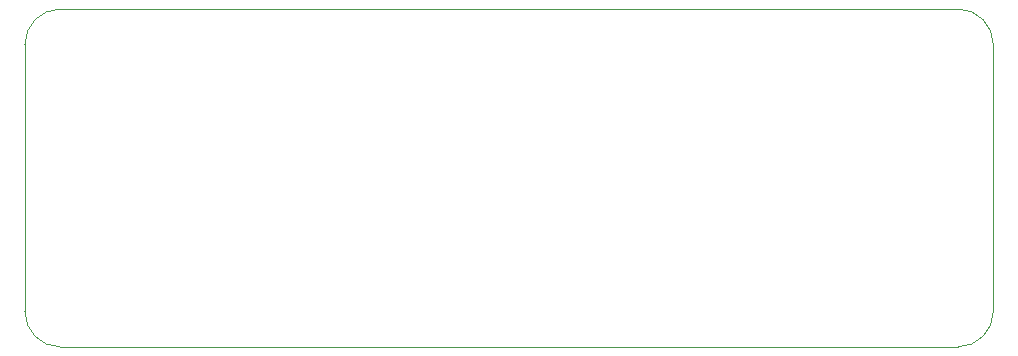
<source format=gbr>
%TF.GenerationSoftware,KiCad,Pcbnew,(6.0.6-0)*%
%TF.CreationDate,2022-09-18T15:49:11+02:00*%
%TF.ProjectId,magnetic-18350-holder-charger,6d61676e-6574-4696-932d-31383335302d,rev?*%
%TF.SameCoordinates,Original*%
%TF.FileFunction,Profile,NP*%
%FSLAX46Y46*%
G04 Gerber Fmt 4.6, Leading zero omitted, Abs format (unit mm)*
G04 Created by KiCad (PCBNEW (6.0.6-0)) date 2022-09-18 15:49:11*
%MOMM*%
%LPD*%
G01*
G04 APERTURE LIST*
%TA.AperFunction,Profile*%
%ADD10C,0.100000*%
%TD*%
G04 APERTURE END LIST*
D10*
X179999947Y-79401320D02*
G75*
G03*
X177020000Y-76401320I-3000047J20D01*
G01*
X180000000Y-79401320D02*
X180000000Y-102000000D01*
X100990000Y-76401341D02*
G75*
G03*
X98001320Y-79401320I11300J-2999959D01*
G01*
X98001320Y-102008680D02*
X98001320Y-79401320D01*
X177000000Y-105000000D02*
G75*
G03*
X180000000Y-102000000I0J3000000D01*
G01*
X98001355Y-102008680D02*
G75*
G03*
X100970000Y-105008680I3000145J-20D01*
G01*
X177000000Y-105000000D02*
X100970000Y-105008680D01*
X100990000Y-76401320D02*
X177020000Y-76401320D01*
M02*

</source>
